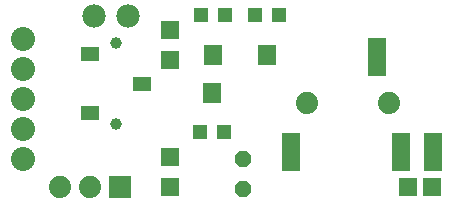
<source format=gbs>
G75*
%MOIN*%
%OFA0B0*%
%FSLAX25Y25*%
%IPPOS*%
%LPD*%
%AMOC8*
5,1,8,0,0,1.08239X$1,22.5*
%
%ADD10OC8,0.05600*%
%ADD11C,0.07400*%
%ADD12R,0.07400X0.07400*%
%ADD13R,0.05912X0.05124*%
%ADD14C,0.03943*%
%ADD15C,0.07800*%
%ADD16C,0.08000*%
%ADD17R,0.05943X0.05943*%
%ADD18R,0.06306X0.06699*%
%ADD19R,0.05124X0.05124*%
%ADD20R,0.06400X0.12900*%
D10*
X0082600Y0010600D03*
X0082600Y0020600D03*
D11*
X0021600Y0011100D03*
X0031600Y0011100D03*
X0103742Y0039072D03*
X0131301Y0039072D03*
D12*
X0041600Y0011100D03*
D13*
X0031439Y0035757D03*
X0048761Y0045600D03*
X0031439Y0055443D03*
D14*
X0040100Y0058986D03*
X0040100Y0032214D03*
D15*
X0044300Y0068100D03*
X0032900Y0068100D03*
D16*
X0009100Y0060600D03*
X0009100Y0050600D03*
X0009100Y0040600D03*
X0009100Y0030600D03*
X0009100Y0020600D03*
D17*
X0058100Y0021100D03*
X0058100Y0011100D03*
X0058100Y0053600D03*
X0058100Y0063600D03*
X0137600Y0011100D03*
X0145600Y0011100D03*
D18*
X0072100Y0042506D03*
X0072600Y0055194D03*
X0090600Y0055194D03*
D19*
X0086663Y0068285D03*
X0094537Y0068285D03*
X0076537Y0068285D03*
X0068663Y0068285D03*
X0068163Y0029415D03*
X0076037Y0029415D03*
D20*
X0098435Y0022850D03*
X0135002Y0022850D03*
X0145924Y0022850D03*
X0127191Y0054460D03*
M02*

</source>
